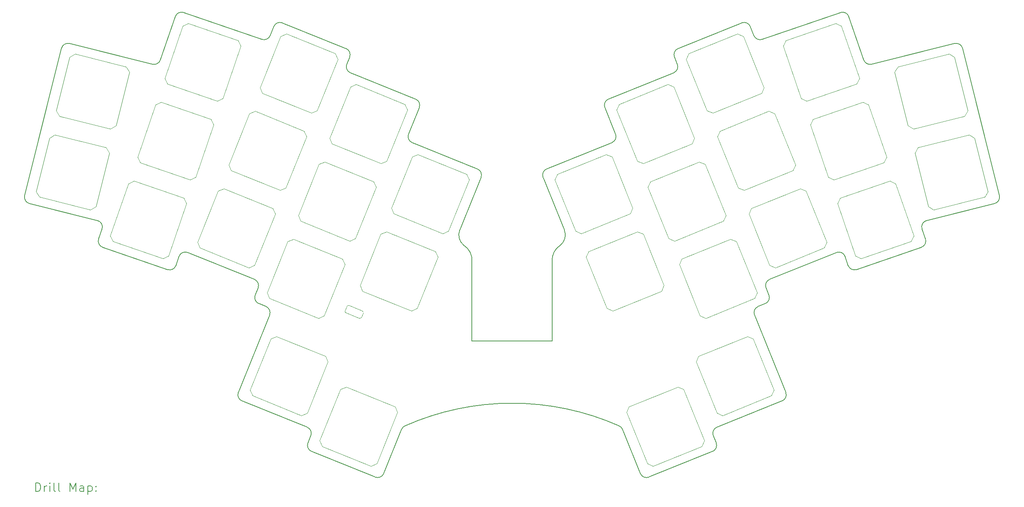
<source format=gbr>
%TF.GenerationSoftware,KiCad,Pcbnew,8.0.6-1.fc41*%
%TF.CreationDate,2024-11-30T14:56:50+11:00*%
%TF.ProjectId,katori-plate,6b61746f-7269-42d7-906c-6174652e6b69,0.1*%
%TF.SameCoordinates,Original*%
%TF.FileFunction,Drillmap*%
%TF.FilePolarity,Positive*%
%FSLAX45Y45*%
G04 Gerber Fmt 4.5, Leading zero omitted, Abs format (unit mm)*
G04 Created by KiCad (PCBNEW 8.0.6-1.fc41) date 2024-11-30 14:56:50*
%MOMM*%
%LPD*%
G01*
G04 APERTURE LIST*
%ADD10C,0.150000*%
%ADD11C,0.050000*%
%ADD12C,0.100000*%
%ADD13C,0.200000*%
G04 APERTURE END LIST*
D10*
X7982187Y-10934313D02*
X8053116Y-10728317D01*
X21322751Y-5780433D02*
X23102010Y-5167783D01*
X16542581Y-10838266D02*
G75*
G02*
X16730994Y-10472041I401989J24766D01*
G01*
X20209493Y-14816457D02*
G75*
G02*
X20292376Y-14621181I139078J56198D01*
G01*
X5560803Y-5875312D02*
X7449965Y-6346331D01*
X23811278Y-6346334D02*
X25700439Y-5875313D01*
X12710755Y-15675483D02*
G75*
G02*
X12515487Y-15758365I-139075J56193D01*
G01*
X11069081Y-15173985D02*
G75*
G02*
X10986188Y-14978712I56219J139095D01*
G01*
X11051748Y-14816457D02*
X10986193Y-14978714D01*
X23811278Y-6346334D02*
G75*
G02*
X23633162Y-6249623I-36288J145544D01*
G01*
X16419698Y-8733179D02*
X17903192Y-8133808D01*
X4651177Y-9523622D02*
X6195687Y-9908712D01*
X20855588Y-5404050D02*
G75*
G02*
X21050860Y-5486937I56192J-139080D01*
G01*
X18745756Y-15758368D02*
G75*
G02*
X18550489Y-15675481I-56186J139088D01*
G01*
X11952275Y-6541229D02*
X13435770Y-7140602D01*
X5378970Y-5984567D02*
G75*
G02*
X5560802Y-5875317I145530J-36273D01*
G01*
X21147009Y-12064899D02*
X21858761Y-13826550D01*
X23102010Y-5167783D02*
G75*
G02*
X23292673Y-5260778I48840J-141817D01*
G01*
X18745756Y-15758368D02*
X20192163Y-15173984D01*
X23010108Y-10638075D02*
G75*
G02*
X23208123Y-10728319I56202J-139046D01*
G01*
X21409482Y-11446550D02*
G75*
G02*
X21492365Y-11251277I139138J56170D01*
G01*
X7968566Y-5260776D02*
G75*
G02*
X8159229Y-5167788I141834J-48855D01*
G01*
X13358049Y-8133809D02*
X14841543Y-8733177D01*
X21322751Y-5780433D02*
G75*
G02*
X21134841Y-5694793I-48821J141853D01*
G01*
X20292379Y-14621187D02*
X21775873Y-14021818D01*
X25037721Y-10328757D02*
X24960017Y-10103093D01*
X13194530Y-14590696D02*
G75*
G02*
X18066711Y-14590696I2436090J-5483194D01*
G01*
X11852058Y-5988437D02*
G75*
G02*
X11934946Y-6183705I-56178J-139073D01*
G01*
X11869390Y-6345962D02*
X11934948Y-6183705D01*
X9485369Y-14021818D02*
X10968860Y-14621188D01*
X25700439Y-5875313D02*
G75*
G02*
X25882269Y-5984568I36291J-145537D01*
G01*
X7628080Y-6249623D02*
X7968566Y-5260776D01*
X23469718Y-11027305D02*
G75*
G02*
X23279054Y-10934315I-48849J141805D01*
G01*
X21492368Y-11251282D02*
X23010108Y-10638075D01*
X6316515Y-10519418D02*
G75*
G02*
X6223520Y-10328756I48895J141858D01*
G01*
X21147009Y-12064903D02*
G75*
G02*
X21229891Y-11869625I139091J56193D01*
G01*
X13358049Y-8133809D02*
G75*
G02*
X13275160Y-7938537I56211J139089D01*
G01*
X8251137Y-10638074D02*
X9768873Y-11251282D01*
X10210383Y-5486937D02*
X10126403Y-5694795D01*
X16336813Y-8928446D02*
G75*
G02*
X16419696Y-8733176I139117J56176D01*
G01*
X9869090Y-11804076D02*
G75*
G02*
X9786200Y-11608806I56180J139076D01*
G01*
X4541922Y-9341790D02*
X5378970Y-5984567D01*
X9768873Y-11251282D02*
G75*
G02*
X9851755Y-11446546I-56203J-139078D01*
G01*
X14924430Y-8928445D02*
X14440634Y-10125883D01*
X20275050Y-14978714D02*
G75*
G02*
X20192161Y-15173978I-139080J-56186D01*
G01*
X16542581Y-10838266D02*
X16543404Y-12652533D01*
X21229894Y-11869631D02*
X21392153Y-11804077D01*
X11069081Y-15173985D02*
X12515486Y-15758369D01*
X16336813Y-8928447D02*
X16820609Y-10125885D01*
X23469718Y-11027305D02*
X24944727Y-10519418D01*
X17825471Y-7140602D02*
X19308965Y-6541231D01*
X9402483Y-13826549D02*
X10114232Y-12064899D01*
X10031348Y-11869632D02*
G75*
G02*
X10114230Y-12064898I-56178J-139068D01*
G01*
X16820908Y-10125764D02*
G75*
G02*
X16730989Y-10472034I-278438J-112506D01*
G01*
X13435770Y-7140602D02*
G75*
G02*
X13518652Y-7335868I-56200J-139078D01*
G01*
X12710754Y-15675483D02*
X13116355Y-14671585D01*
X19326298Y-6183704D02*
G75*
G02*
X19409180Y-5988430I139082J56194D01*
G01*
X19326297Y-6183704D02*
X19391853Y-6345962D01*
X10210383Y-5486937D02*
G75*
G02*
X10405651Y-5404054I139067J-56173D01*
G01*
X7982187Y-10934312D02*
G75*
G02*
X7791525Y-11027307I-141847J48872D01*
G01*
X8053116Y-10728317D02*
G75*
G02*
X8251135Y-10638079I141824J-48833D01*
G01*
X23208124Y-10728317D02*
X23279055Y-10934314D01*
X4651177Y-9523622D02*
G75*
G02*
X4541922Y-9341790I36304J145552D01*
G01*
X21475039Y-11608806D02*
G75*
G02*
X21392152Y-11804074I-139069J-56194D01*
G01*
X14530505Y-10471837D02*
G75*
G02*
X14440634Y-10125883I188265J233557D01*
G01*
X14841544Y-8733177D02*
G75*
G02*
X14924428Y-8928446I-56184J-139073D01*
G01*
X25037721Y-10328757D02*
G75*
G02*
X24944726Y-10519413I-141841J-48823D01*
G01*
X9485369Y-14021818D02*
G75*
G02*
X9402478Y-13826547I56161J139069D01*
G01*
X6301225Y-10103091D02*
X6223523Y-10328757D01*
X9851760Y-11446548D02*
X9786203Y-11608807D01*
X21858760Y-13826551D02*
G75*
G02*
X21775871Y-14021813I-139070J-56189D01*
G01*
X9869091Y-11804076D02*
X10031348Y-11869632D01*
X20855588Y-5404050D02*
X19409182Y-5988436D01*
X8159230Y-5167784D02*
X9938490Y-5780433D01*
X10968862Y-14621189D02*
G75*
G02*
X11051745Y-14816456I-56182J-139071D01*
G01*
X18066711Y-14590696D02*
G75*
G02*
X18144889Y-14671584I-60901J-137084D01*
G01*
X14718789Y-12652296D02*
X16543404Y-12652533D01*
X6316515Y-10519419D02*
X7791524Y-11027305D01*
X17742586Y-7335869D02*
G75*
G02*
X17825468Y-7140595I139094J56189D01*
G01*
X21475039Y-11608806D02*
X21409482Y-11446550D01*
X20275050Y-14978714D02*
X20209494Y-14816457D01*
X11952275Y-6541230D02*
G75*
G02*
X11869387Y-6345962I56195J139080D01*
G01*
X19391853Y-6345962D02*
G75*
G02*
X19308963Y-6541225I-139073J-56188D01*
G01*
X21134839Y-5694794D02*
X21050859Y-5486937D01*
X17742587Y-7335870D02*
X17986078Y-7938541D01*
X13275164Y-7938538D02*
X13518656Y-7335870D01*
X7628080Y-6249623D02*
G75*
G02*
X7449964Y-6346335I-141840J48853D01*
G01*
X14718789Y-10838268D02*
X14718789Y-12652296D01*
X24960018Y-10103092D02*
G75*
G02*
X25065556Y-9908702I141812J48852D01*
G01*
X25882272Y-5984568D02*
X26719321Y-9341791D01*
X6195687Y-9908712D02*
G75*
G02*
X6301224Y-10103091I-36317J-145558D01*
G01*
X18144886Y-14671585D02*
X18550487Y-15675482D01*
X17986078Y-7938541D02*
G75*
G02*
X17903190Y-8133802I-139068J-56189D01*
G01*
X11852058Y-5988437D02*
X10405653Y-5404050D01*
X10126403Y-5694796D02*
G75*
G02*
X9938491Y-5780429I-139063J56166D01*
G01*
X23292674Y-5260778D02*
X23633162Y-6249623D01*
X26719323Y-9341791D02*
G75*
G02*
X26610063Y-9523617I-145533J-36289D01*
G01*
X25065557Y-9908709D02*
X26610064Y-9523621D01*
X14530376Y-10472042D02*
G75*
G02*
X14718789Y-10838268I-213577J-341458D01*
G01*
X13116355Y-14671585D02*
G75*
G02*
X13194530Y-14590694I139085J-56195D01*
G01*
D11*
X10822659Y-9924418D02*
X10767401Y-9794239D01*
X10822659Y-9924418D02*
X11935280Y-10373946D01*
X11239406Y-8625987D02*
X10767401Y-9794239D01*
X11369585Y-8570729D02*
X11239406Y-8625987D01*
X12065459Y-10318688D02*
X11935280Y-10373946D01*
X12065459Y-10318688D02*
X12537463Y-9150436D01*
X12482205Y-9020257D02*
X11369585Y-8570729D01*
X12537463Y-9150436D02*
X12482205Y-9020257D01*
X22418893Y-7729766D02*
X22480888Y-7602657D01*
X22418893Y-7729766D02*
X22829109Y-8921119D01*
X22829109Y-8921119D02*
X22956218Y-8983114D01*
X22956218Y-8983114D02*
X24090840Y-8592432D01*
X23615510Y-7211975D02*
X22480888Y-7602657D01*
X23615510Y-7211975D02*
X23742619Y-7273970D01*
X24090840Y-8592432D02*
X24152835Y-8465324D01*
X24152835Y-8465324D02*
X23742619Y-7273970D01*
X5333867Y-7529547D02*
X5261029Y-7408326D01*
X5333867Y-7529547D02*
X6498221Y-7819854D01*
X5565851Y-6185753D02*
X5261029Y-7408326D01*
X5687072Y-6112916D02*
X5565851Y-6185753D01*
X6619443Y-7747016D02*
X6498221Y-7819854D01*
X6619443Y-7747016D02*
X6924265Y-6524444D01*
X6851427Y-6403222D02*
X5687072Y-6112916D01*
X6924265Y-6524444D02*
X6851427Y-6403222D01*
X19435532Y-10912086D02*
X19490790Y-10781907D01*
X19435532Y-10912086D02*
X19907536Y-12080338D01*
X19907536Y-12080338D02*
X20037715Y-12135596D01*
X20037715Y-12135596D02*
X21150336Y-11686068D01*
X20603410Y-10332379D02*
X19490790Y-10781907D01*
X20603410Y-10332379D02*
X20733589Y-10387637D01*
X21150336Y-11686068D02*
X21205594Y-11555889D01*
X21205594Y-11555889D02*
X20733589Y-10387637D01*
X17318008Y-10743015D02*
X17790012Y-11911266D01*
X17373266Y-10612835D02*
X17318008Y-10743015D01*
X17920191Y-11966524D02*
X17790012Y-11911266D01*
X17920191Y-11966524D02*
X19032812Y-11516996D01*
X18485886Y-10163308D02*
X17373266Y-10612835D01*
X18616065Y-10218565D02*
X18485886Y-10163308D01*
X19088070Y-11386817D02*
X18616065Y-10218565D01*
X19088070Y-11386817D02*
X19032812Y-11516996D01*
X12940183Y-9755345D02*
X12884925Y-9625166D01*
X12940183Y-9755345D02*
X14052804Y-10204873D01*
X13356930Y-8456915D02*
X12884925Y-9625166D01*
X13487109Y-8401657D02*
X13356930Y-8456915D01*
X14182983Y-10149615D02*
X14052804Y-10204873D01*
X14182983Y-10149615D02*
X14654987Y-8981364D01*
X14599729Y-8851185D02*
X13487109Y-8401657D01*
X14654987Y-8981364D02*
X14599729Y-8851185D01*
D12*
X11850637Y-12013942D02*
X12156783Y-12137688D01*
X11872383Y-11866393D02*
X11831167Y-11968434D01*
X12202291Y-12118218D02*
X12243442Y-12016365D01*
X12223777Y-11970779D02*
X11917890Y-11846925D01*
X11850637Y-12013942D02*
G75*
G02*
X11831167Y-11968434I13149J32544D01*
G01*
X11872383Y-11866393D02*
G75*
G02*
X11917891Y-11846922I32543J-13144D01*
G01*
X12202291Y-12118218D02*
G75*
G02*
X12156783Y-12137686I-32544J13150D01*
G01*
X12223777Y-11970779D02*
G75*
G02*
X12243247Y-12016287I-13149J-32545D01*
G01*
D11*
X8527193Y-10533903D02*
X8471935Y-10403724D01*
X8527193Y-10533903D02*
X9639814Y-10983431D01*
X8943940Y-9235472D02*
X8471935Y-10403724D01*
X9074119Y-9180215D02*
X8943940Y-9235472D01*
X9769993Y-10928173D02*
X9639814Y-10983431D01*
X9769993Y-10928173D02*
X10241997Y-9759922D01*
X10186739Y-9629743D02*
X9074119Y-9180215D01*
X10241997Y-9759922D02*
X10186739Y-9629743D01*
X11255635Y-14925796D02*
X11310893Y-15055976D01*
X11310893Y-15055976D02*
X12423513Y-15505503D01*
X11727639Y-13757545D02*
X11255635Y-14925796D01*
X11727639Y-13757545D02*
X11857818Y-13702287D01*
X12423513Y-15505503D02*
X12553692Y-15450246D01*
X12553692Y-15450246D02*
X13025697Y-14281994D01*
X12970439Y-14151815D02*
X11857818Y-13702287D01*
X12970439Y-14151815D02*
X13025697Y-14281994D01*
X18723781Y-9150438D02*
X18779039Y-9020259D01*
X18723781Y-9150438D02*
X19195786Y-10318690D01*
X19195786Y-10318690D02*
X19325965Y-10373948D01*
X19325965Y-10373948D02*
X20438585Y-9924420D01*
X19891660Y-8570731D02*
X18779039Y-9020259D01*
X19891660Y-8570731D02*
X20021839Y-8625989D01*
X20438585Y-9924420D02*
X20493843Y-9794241D01*
X20493843Y-9794241D02*
X20021839Y-8625989D01*
X21800315Y-5933281D02*
X21862310Y-5806172D01*
X21800315Y-5933281D02*
X22210530Y-7124635D01*
X22210530Y-7124635D02*
X22337639Y-7186630D01*
X22337639Y-7186630D02*
X23472261Y-6795948D01*
X22996932Y-5415491D02*
X21862310Y-5806172D01*
X22996932Y-5415491D02*
X23124041Y-5477486D01*
X23472261Y-6795948D02*
X23534256Y-6668839D01*
X23534256Y-6668839D02*
X23124041Y-5477486D01*
X4874214Y-9373109D02*
X4801377Y-9251887D01*
X4874214Y-9373109D02*
X6038569Y-9663415D01*
X5106198Y-8029314D02*
X4801377Y-9251887D01*
X5227420Y-7956477D02*
X5106198Y-8029314D01*
X6159790Y-9590578D02*
X6038569Y-9663415D01*
X6159790Y-9590578D02*
X6464612Y-8368005D01*
X6391775Y-8246783D02*
X5227420Y-7956477D01*
X6464612Y-8368005D02*
X6391775Y-8246783D01*
X9950698Y-7010605D02*
X9895441Y-6880426D01*
X9950698Y-7010605D02*
X11063319Y-7460133D01*
X10367445Y-5712174D02*
X9895441Y-6880426D01*
X10497624Y-5656916D02*
X10367445Y-5712174D01*
X11193498Y-7404875D02*
X11063319Y-7460133D01*
X11193498Y-7404875D02*
X11665502Y-6236623D01*
X11610244Y-6106444D02*
X10497624Y-5656916D01*
X11665502Y-6236623D02*
X11610244Y-6106444D01*
X24796631Y-8368007D02*
X24869468Y-8246785D01*
X24796631Y-8368007D02*
X25101452Y-9590580D01*
X25101452Y-9590580D02*
X25222674Y-9663417D01*
X25222674Y-9663417D02*
X26387029Y-9373111D01*
X26033823Y-7956479D02*
X24869468Y-8246785D01*
X26033823Y-7956479D02*
X26155045Y-8029316D01*
X26387029Y-9373111D02*
X26459866Y-9251889D01*
X26459866Y-9251889D02*
X26155045Y-8029316D01*
X18012028Y-7388787D02*
X18067286Y-7258608D01*
X18012028Y-7388787D02*
X18484032Y-8557039D01*
X18484032Y-8557039D02*
X18614211Y-8612296D01*
X18614211Y-8612296D02*
X19726832Y-8162768D01*
X19179906Y-6809080D02*
X18067286Y-7258608D01*
X19179906Y-6809080D02*
X19310085Y-6864338D01*
X19726832Y-8162768D02*
X19782090Y-8032589D01*
X19782090Y-8032589D02*
X19310085Y-6864338D01*
X19595741Y-6236622D02*
X19650999Y-6106443D01*
X19595741Y-6236622D02*
X20067745Y-7404874D01*
X20067745Y-7404874D02*
X20197924Y-7460132D01*
X20197924Y-7460132D02*
X21310545Y-7010604D01*
X20763619Y-5656915D02*
X19650999Y-6106443D01*
X20763619Y-5656915D02*
X20893798Y-5712173D01*
X21310545Y-7010604D02*
X21365803Y-6880425D01*
X21365803Y-6880425D02*
X20893798Y-5712173D01*
X16606256Y-8981365D02*
X17078261Y-10149617D01*
X16661514Y-8851186D02*
X16606256Y-8981365D01*
X17208440Y-10204875D02*
X17078261Y-10149617D01*
X17208440Y-10204875D02*
X18321060Y-9755347D01*
X17774135Y-8401658D02*
X16661514Y-8851186D01*
X17904314Y-8456916D02*
X17774135Y-8401658D01*
X18376318Y-9625168D02*
X17904314Y-8456916D01*
X18376318Y-9625168D02*
X18321060Y-9755347D01*
X24336978Y-6524443D02*
X24409815Y-6403221D01*
X24336978Y-6524443D02*
X24641799Y-7747015D01*
X24641799Y-7747015D02*
X24763021Y-7819853D01*
X24763021Y-7819853D02*
X25927376Y-7529547D01*
X25574170Y-6112915D02*
X24409815Y-6403221D01*
X25574170Y-6112915D02*
X25695392Y-6185752D01*
X25927376Y-7529547D02*
X26000213Y-7408325D01*
X26000213Y-7408325D02*
X25695392Y-6185752D01*
X12228430Y-11516994D02*
X12173172Y-11386815D01*
X12228430Y-11516994D02*
X13341051Y-11966522D01*
X12645177Y-10218563D02*
X12173172Y-11386815D01*
X12775356Y-10163305D02*
X12645177Y-10218563D01*
X13471230Y-11911264D02*
X13341051Y-11966522D01*
X13471230Y-11911264D02*
X13943234Y-10743012D01*
X13887976Y-10612833D02*
X12775356Y-10163305D01*
X13943234Y-10743012D02*
X13887976Y-10612833D01*
X19819256Y-13129829D02*
X19874514Y-12999650D01*
X19819256Y-13129829D02*
X20291260Y-14298080D01*
X20291260Y-14298080D02*
X20421439Y-14353338D01*
X20421439Y-14353338D02*
X21534060Y-13903810D01*
X20987134Y-12550122D02*
X19874514Y-12999650D01*
X20987134Y-12550122D02*
X21117313Y-12605380D01*
X21534060Y-13903810D02*
X21589318Y-13773631D01*
X21589318Y-13773631D02*
X21117313Y-12605380D01*
X7788981Y-6795946D02*
X7726986Y-6668838D01*
X7788981Y-6795946D02*
X8923604Y-7186628D01*
X8137202Y-5477484D02*
X7726986Y-6668838D01*
X8264311Y-5415489D02*
X8137202Y-5477484D01*
X9050713Y-7124633D02*
X8923604Y-7186628D01*
X9050713Y-7124633D02*
X9460928Y-5933280D01*
X9398933Y-5806171D02*
X8264311Y-5415489D01*
X9460928Y-5933280D02*
X9398933Y-5806171D01*
X18235545Y-14281991D02*
X18290803Y-14151812D01*
X18235545Y-14281991D02*
X18707549Y-15450243D01*
X18707549Y-15450243D02*
X18837728Y-15505501D01*
X18837728Y-15505501D02*
X19950349Y-15055973D01*
X19403423Y-13702284D02*
X18290803Y-14151812D01*
X19403423Y-13702284D02*
X19533602Y-13757542D01*
X19950349Y-15055973D02*
X20005607Y-14925794D01*
X20005607Y-14925794D02*
X19533602Y-13757542D01*
X6551823Y-10388917D02*
X6489828Y-10261808D01*
X6551823Y-10388917D02*
X7686446Y-10779599D01*
X6900044Y-9070455D02*
X6489828Y-10261808D01*
X7027153Y-9008460D02*
X6900044Y-9070455D01*
X7813554Y-10717604D02*
X7686446Y-10779599D01*
X7813554Y-10717604D02*
X8223770Y-9526250D01*
X8161775Y-9399142D02*
X7027153Y-9008460D01*
X8223770Y-9526250D02*
X8161775Y-9399142D01*
X20307492Y-7998272D02*
X20362750Y-7868093D01*
X20307492Y-7998272D02*
X20779497Y-9166524D01*
X20779497Y-9166524D02*
X20909676Y-9221781D01*
X20909676Y-9221781D02*
X22022296Y-8772253D01*
X21475371Y-7418565D02*
X20362750Y-7868093D01*
X21475371Y-7418565D02*
X21605550Y-7473823D01*
X22022296Y-8772253D02*
X22077554Y-8642074D01*
X22077554Y-8642074D02*
X21605550Y-7473823D01*
X9727183Y-13903811D02*
X9671925Y-13773632D01*
X9727183Y-13903811D02*
X10839803Y-14353339D01*
X10143929Y-12605380D02*
X9671925Y-13773632D01*
X10274108Y-12550122D02*
X10143929Y-12605380D01*
X10969982Y-14298081D02*
X10839803Y-14353339D01*
X10969982Y-14298081D02*
X11441986Y-13129829D01*
X11386729Y-12999650D02*
X10274108Y-12550122D01*
X11441986Y-13129829D02*
X11386729Y-12999650D01*
X10110905Y-11686067D02*
X10055647Y-11555888D01*
X10110905Y-11686067D02*
X11223526Y-12135595D01*
X10527652Y-10387637D02*
X10055647Y-11555888D01*
X10657831Y-10332379D02*
X10527652Y-10387637D01*
X11353705Y-12080337D02*
X11223526Y-12135595D01*
X11353705Y-12080337D02*
X11825709Y-10912086D01*
X11770451Y-10781907D02*
X10657831Y-10332379D01*
X11825709Y-10912086D02*
X11770451Y-10781907D01*
X9238946Y-8772252D02*
X9183688Y-8642073D01*
X9238946Y-8772252D02*
X10351566Y-9221780D01*
X9655692Y-7473821D02*
X9183688Y-8642073D01*
X9785871Y-7418564D02*
X9655692Y-7473821D01*
X10481745Y-9166522D02*
X10351566Y-9221780D01*
X10481745Y-9166522D02*
X10953750Y-7998271D01*
X10898492Y-7868091D02*
X9785871Y-7418564D01*
X10953750Y-7998271D02*
X10898492Y-7868091D01*
X23037473Y-9526252D02*
X23099468Y-9399144D01*
X23037473Y-9526252D02*
X23447689Y-10717606D01*
X23447689Y-10717606D02*
X23574798Y-10779601D01*
X23574798Y-10779601D02*
X24709420Y-10388919D01*
X24234091Y-9008462D02*
X23099468Y-9399144D01*
X24234091Y-9008462D02*
X24361199Y-9070457D01*
X24709420Y-10388919D02*
X24771415Y-10261810D01*
X24771415Y-10261810D02*
X24361199Y-9070457D01*
X7170401Y-8592432D02*
X7108406Y-8465323D01*
X7170401Y-8592432D02*
X8305023Y-8983114D01*
X7518621Y-7273970D02*
X7108406Y-8465323D01*
X7645730Y-7211975D02*
X7518621Y-7273970D01*
X8432132Y-8921119D02*
X8305023Y-8983114D01*
X8432132Y-8921119D02*
X8842348Y-7729765D01*
X8780353Y-7602657D02*
X7645730Y-7211975D01*
X8842348Y-7729765D02*
X8780353Y-7602657D01*
X11534408Y-8162768D02*
X11479150Y-8032589D01*
X11534408Y-8162768D02*
X12647029Y-8612296D01*
X11951155Y-6864338D02*
X11479150Y-8032589D01*
X12081334Y-6809080D02*
X11951155Y-6864338D01*
X12777208Y-8557038D02*
X12647029Y-8612296D01*
X12777208Y-8557038D02*
X13249212Y-7388787D01*
X13193954Y-7258608D02*
X12081334Y-6809080D01*
X13249212Y-7388787D02*
X13193954Y-7258608D01*
X21019245Y-9759923D02*
X21074503Y-9629744D01*
X21019245Y-9759923D02*
X21491249Y-10928174D01*
X21491249Y-10928174D02*
X21621428Y-10983432D01*
X21621428Y-10983432D02*
X22734049Y-10533904D01*
X22187123Y-9180216D02*
X21074503Y-9629744D01*
X22187123Y-9180216D02*
X22317302Y-9235473D01*
X22734049Y-10533904D02*
X22789307Y-10403725D01*
X22789307Y-10403725D02*
X22317302Y-9235473D01*
D13*
X4790746Y-16088272D02*
X4790746Y-15888272D01*
X4790746Y-15888272D02*
X4838365Y-15888272D01*
X4838365Y-15888272D02*
X4866936Y-15897796D01*
X4866936Y-15897796D02*
X4885984Y-15916844D01*
X4885984Y-15916844D02*
X4895507Y-15935891D01*
X4895507Y-15935891D02*
X4905031Y-15973986D01*
X4905031Y-15973986D02*
X4905031Y-16002558D01*
X4905031Y-16002558D02*
X4895507Y-16040653D01*
X4895507Y-16040653D02*
X4885984Y-16059701D01*
X4885984Y-16059701D02*
X4866936Y-16078748D01*
X4866936Y-16078748D02*
X4838365Y-16088272D01*
X4838365Y-16088272D02*
X4790746Y-16088272D01*
X4990746Y-16088272D02*
X4990746Y-15954939D01*
X4990746Y-15993034D02*
X5000269Y-15973986D01*
X5000269Y-15973986D02*
X5009793Y-15964463D01*
X5009793Y-15964463D02*
X5028841Y-15954939D01*
X5028841Y-15954939D02*
X5047888Y-15954939D01*
X5114555Y-16088272D02*
X5114555Y-15954939D01*
X5114555Y-15888272D02*
X5105031Y-15897796D01*
X5105031Y-15897796D02*
X5114555Y-15907320D01*
X5114555Y-15907320D02*
X5124079Y-15897796D01*
X5124079Y-15897796D02*
X5114555Y-15888272D01*
X5114555Y-15888272D02*
X5114555Y-15907320D01*
X5238365Y-16088272D02*
X5219317Y-16078748D01*
X5219317Y-16078748D02*
X5209793Y-16059701D01*
X5209793Y-16059701D02*
X5209793Y-15888272D01*
X5343126Y-16088272D02*
X5324079Y-16078748D01*
X5324079Y-16078748D02*
X5314555Y-16059701D01*
X5314555Y-16059701D02*
X5314555Y-15888272D01*
X5571698Y-16088272D02*
X5571698Y-15888272D01*
X5571698Y-15888272D02*
X5638365Y-16031129D01*
X5638365Y-16031129D02*
X5705031Y-15888272D01*
X5705031Y-15888272D02*
X5705031Y-16088272D01*
X5885984Y-16088272D02*
X5885984Y-15983510D01*
X5885984Y-15983510D02*
X5876460Y-15964463D01*
X5876460Y-15964463D02*
X5857412Y-15954939D01*
X5857412Y-15954939D02*
X5819317Y-15954939D01*
X5819317Y-15954939D02*
X5800269Y-15964463D01*
X5885984Y-16078748D02*
X5866936Y-16088272D01*
X5866936Y-16088272D02*
X5819317Y-16088272D01*
X5819317Y-16088272D02*
X5800269Y-16078748D01*
X5800269Y-16078748D02*
X5790745Y-16059701D01*
X5790745Y-16059701D02*
X5790745Y-16040653D01*
X5790745Y-16040653D02*
X5800269Y-16021605D01*
X5800269Y-16021605D02*
X5819317Y-16012082D01*
X5819317Y-16012082D02*
X5866936Y-16012082D01*
X5866936Y-16012082D02*
X5885984Y-16002558D01*
X5981222Y-15954939D02*
X5981222Y-16154939D01*
X5981222Y-15964463D02*
X6000269Y-15954939D01*
X6000269Y-15954939D02*
X6038365Y-15954939D01*
X6038365Y-15954939D02*
X6057412Y-15964463D01*
X6057412Y-15964463D02*
X6066936Y-15973986D01*
X6066936Y-15973986D02*
X6076460Y-15993034D01*
X6076460Y-15993034D02*
X6076460Y-16050177D01*
X6076460Y-16050177D02*
X6066936Y-16069224D01*
X6066936Y-16069224D02*
X6057412Y-16078748D01*
X6057412Y-16078748D02*
X6038365Y-16088272D01*
X6038365Y-16088272D02*
X6000269Y-16088272D01*
X6000269Y-16088272D02*
X5981222Y-16078748D01*
X6162174Y-16069224D02*
X6171698Y-16078748D01*
X6171698Y-16078748D02*
X6162174Y-16088272D01*
X6162174Y-16088272D02*
X6152650Y-16078748D01*
X6152650Y-16078748D02*
X6162174Y-16069224D01*
X6162174Y-16069224D02*
X6162174Y-16088272D01*
X6162174Y-15964463D02*
X6171698Y-15973986D01*
X6171698Y-15973986D02*
X6162174Y-15983510D01*
X6162174Y-15983510D02*
X6152650Y-15973986D01*
X6152650Y-15973986D02*
X6162174Y-15964463D01*
X6162174Y-15964463D02*
X6162174Y-15983510D01*
M02*

</source>
